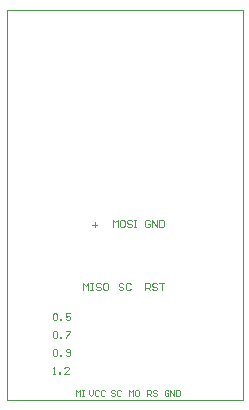
<source format=gto>
G04 Layer_Color=65535*
%FSLAX42Y42*%
%MOMM*%
G71*
G01*
G75*
%ADD14C,0.10*%
D14*
X1371Y72D02*
X1363Y80D01*
X1346D01*
X1338Y72D01*
Y38D01*
X1346Y30D01*
X1363D01*
X1371Y38D01*
Y55D01*
X1355D01*
X1388Y30D02*
Y80D01*
X1421Y30D01*
Y80D01*
X1438D02*
Y30D01*
X1463D01*
X1471Y38D01*
Y72D01*
X1463Y80D01*
X1438D01*
X1188Y30D02*
Y80D01*
X1213D01*
X1221Y72D01*
Y55D01*
X1213Y47D01*
X1188D01*
X1205D02*
X1221Y30D01*
X1271Y72D02*
X1263Y80D01*
X1246D01*
X1238Y72D01*
Y63D01*
X1246Y55D01*
X1263D01*
X1271Y47D01*
Y38D01*
X1263Y30D01*
X1246D01*
X1238Y38D01*
X1038Y30D02*
Y80D01*
X1055Y63D01*
X1071Y80D01*
Y30D01*
X1113Y80D02*
X1096D01*
X1088Y72D01*
Y38D01*
X1096Y30D01*
X1113D01*
X1121Y38D01*
Y72D01*
X1113Y80D01*
X921Y72D02*
X913Y80D01*
X896D01*
X888Y72D01*
Y63D01*
X896Y55D01*
X913D01*
X921Y47D01*
Y38D01*
X913Y30D01*
X896D01*
X888Y38D01*
X971Y72D02*
X963Y80D01*
X946D01*
X938Y72D01*
Y38D01*
X946Y30D01*
X963D01*
X971Y38D01*
X698Y80D02*
Y47D01*
X715Y30D01*
X731Y47D01*
Y80D01*
X781Y72D02*
X773Y80D01*
X756D01*
X748Y72D01*
Y38D01*
X756Y30D01*
X773D01*
X781Y38D01*
X831Y72D02*
X823Y80D01*
X806D01*
X798Y72D01*
Y38D01*
X806Y30D01*
X823D01*
X831Y38D01*
X588Y30D02*
Y80D01*
X605Y63D01*
X621Y80D01*
Y30D01*
X638Y80D02*
X655D01*
X646D01*
Y30D01*
X638D01*
X655D01*
X650Y925D02*
Y985D01*
X670Y965D01*
X690Y985D01*
Y925D01*
X710Y985D02*
X730D01*
X720D01*
Y925D01*
X710D01*
X730D01*
X800Y975D02*
X790Y985D01*
X770D01*
X760Y975D01*
Y965D01*
X770Y955D01*
X790D01*
X800Y945D01*
Y935D01*
X790Y925D01*
X770D01*
X760Y935D01*
X850Y985D02*
X830D01*
X820Y975D01*
Y935D01*
X830Y925D01*
X850D01*
X860Y935D01*
Y975D01*
X850Y985D01*
X745Y1460D02*
Y1500D01*
X725Y1480D02*
X765D01*
X990Y975D02*
X980Y985D01*
X960D01*
X950Y975D01*
Y965D01*
X960Y955D01*
X980D01*
X990Y945D01*
Y935D01*
X980Y925D01*
X960D01*
X950Y935D01*
X1050Y975D02*
X1040Y985D01*
X1020D01*
X1010Y975D01*
Y935D01*
X1020Y925D01*
X1040D01*
X1050Y935D01*
X900Y1461D02*
Y1521D01*
X920Y1501D01*
X940Y1521D01*
Y1461D01*
X990Y1521D02*
X970D01*
X960Y1511D01*
Y1471D01*
X970Y1461D01*
X990D01*
X1000Y1471D01*
Y1511D01*
X990Y1521D01*
X1060Y1511D02*
X1050Y1521D01*
X1030D01*
X1020Y1511D01*
Y1501D01*
X1030Y1491D01*
X1050D01*
X1060Y1481D01*
Y1471D01*
X1050Y1461D01*
X1030D01*
X1020Y1471D01*
X1080Y1521D02*
X1100D01*
X1090D01*
Y1461D01*
X1080D01*
X1100D01*
X1175Y925D02*
Y985D01*
X1205D01*
X1215Y975D01*
Y955D01*
X1205Y945D01*
X1175D01*
X1195D02*
X1215Y925D01*
X1275Y975D02*
X1265Y985D01*
X1245D01*
X1235Y975D01*
Y965D01*
X1245Y955D01*
X1265D01*
X1275Y945D01*
Y935D01*
X1265Y925D01*
X1245D01*
X1235Y935D01*
X1295Y985D02*
X1335D01*
X1315D01*
Y925D01*
X1215Y1511D02*
X1205Y1521D01*
X1185D01*
X1175Y1511D01*
Y1471D01*
X1185Y1461D01*
X1205D01*
X1215Y1471D01*
Y1491D01*
X1195D01*
X1235Y1461D02*
Y1521D01*
X1275Y1461D01*
Y1521D01*
X1295D02*
Y1461D01*
X1325D01*
X1335Y1471D01*
Y1511D01*
X1325Y1521D01*
X1295D01*
X390Y420D02*
X400Y430D01*
X420D01*
X430Y420D01*
Y380D01*
X420Y370D01*
X400D01*
X390Y380D01*
Y420D01*
X450Y370D02*
Y380D01*
X460D01*
Y370D01*
X450D01*
X500Y380D02*
X510Y370D01*
X530D01*
X540Y380D01*
Y420D01*
X530Y430D01*
X510D01*
X500Y420D01*
Y410D01*
X510Y400D01*
X540D01*
X390Y570D02*
X400Y580D01*
X420D01*
X430Y570D01*
Y530D01*
X420Y520D01*
X400D01*
X390Y530D01*
Y570D01*
X450Y520D02*
Y530D01*
X460D01*
Y520D01*
X450D01*
X500Y580D02*
X540D01*
Y570D01*
X500Y530D01*
Y520D01*
X390Y720D02*
X400Y730D01*
X420D01*
X430Y720D01*
Y680D01*
X420Y670D01*
X400D01*
X390Y680D01*
Y720D01*
X450Y670D02*
Y680D01*
X460D01*
Y670D01*
X450D01*
X540Y730D02*
X500D01*
Y700D01*
X520Y710D01*
X530D01*
X540Y700D01*
Y680D01*
X530Y670D01*
X510D01*
X500Y680D01*
X390Y220D02*
X410D01*
X400D01*
Y280D01*
X390Y270D01*
X440Y220D02*
Y230D01*
X450D01*
Y220D01*
X440D01*
X530D02*
X490D01*
X530Y260D01*
Y270D01*
X520Y280D01*
X500D01*
X490Y270D01*
X0Y0D02*
Y3300D01*
X2000D01*
Y0D02*
Y3300D01*
X0Y0D02*
X2000D01*
M02*

</source>
